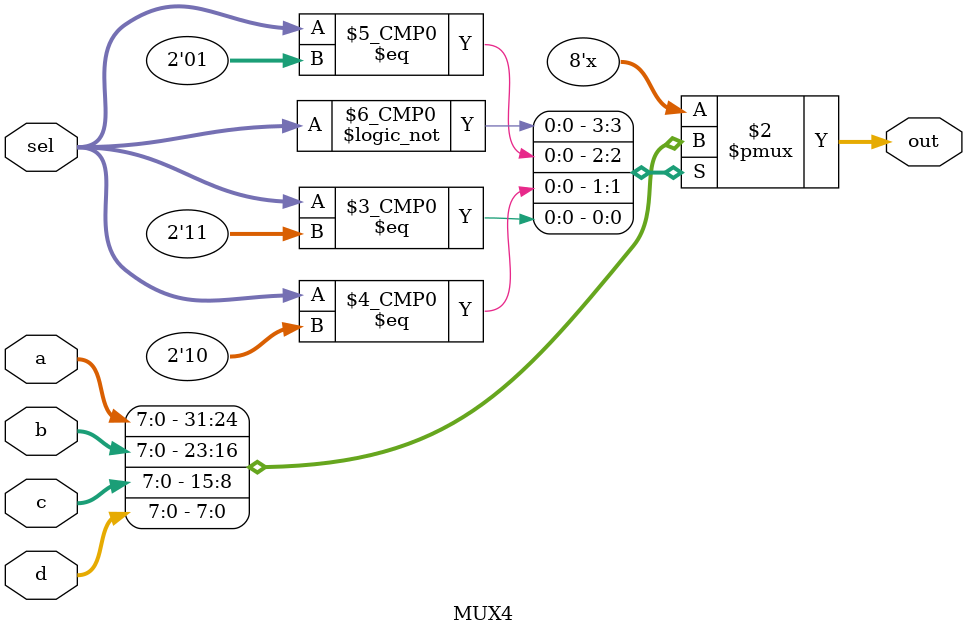
<source format=v>
`timescale 1ns / 1ps

module flopr #(parameter WIDTH=8)(clk, reset, en, clear, d, q);
    input clk, reset, en, clear;
    input [WIDTH-1:0] d;
    output reg [WIDTH-1:0] q;
    always @(posedge clk, posedge reset)
        if (reset) q <= 0;
        else if (clear) q <= 0;
        else if (en) q <= d;
        else q <= q;
endmodule

module adder(a, b, c);
    input [31:0] a, b;
    output [31:0] c;
    assign c = a + b;
endmodule

module eqcmp(a, b, eq);
    input [31:0] a, b;
    output eq;
    assign eq = (a == b);
endmodule

module SignExtend(datain, dataout, sel);
    input [15:0] datain;
    output [31:0] dataout;
    input sel;
    assign dataout = (sel == 0) ? {{16{datain[15]}}, datain} : {16'h0000, datain};
endmodule

module SL2(a, b);
    input [31:0] a;
    output [31:0] b;
    assign b = {a[29:0], 2'b00};
endmodule

module MUX2 #(parameter WIDTH=8)(sel, a, b, c);
    input sel;
    input [WIDTH-1:0] a, b;
    output [WIDTH-1:0] c;
    assign c = (sel == 0) ? a : b; 
endmodule

module MUX4 #(parameter WIDTH=8)(sel, a, b, c, d, out);
    input [1:0] sel;
    input [WIDTH-1:0] a, b, c, d;
    output reg [WIDTH-1:0] out;
    always @(*)
      case (sel)
        0: out <= a;
        1: out <= b;
        2: out <= c;
        3: out <= d;
        default out <= 31'bx;
      endcase
endmodule
</source>
